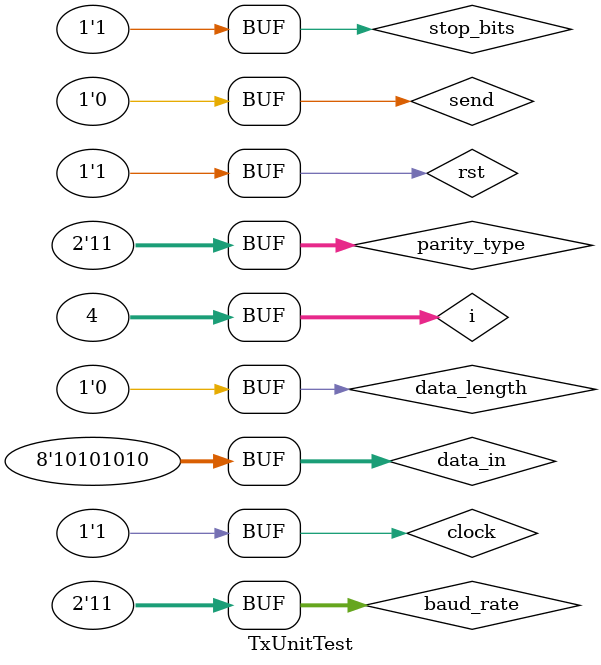
<source format=v>
`timescale 1ns/1ns 
module TxUnitTest ();


//regs to derive the inputs 

reg rst ;
reg stop_bits ; 
reg data_length ; 
reg send ; 
reg clock ; 

reg [1:0] parity_type ; 
reg [1:0] baud_rate ;
reg [7:0] data_in ; 

//wires to recive the output 

wire data_out ; 
wire p_parity_out; 
wire tx_active ; 
wire tx_done; 

TxUnit TxUT(
    .rst(rst), 
    .stop_bits(stop_bits), 
    .data_length(data_length), 
    .send(send), 
    .clock(clock), 
    .parity_type(parity_type), 
    .baud_rate(baud_rate), 
    .data_in(data_in), 
    .data_out(data_out), 
    .p_parity_out(p_parity_out),
    .tx_active(tx_active), 
    .tx_done(tx_done)
);
//stop bits + data l cannot be => 00 , 11
integer  i ;
initial begin
    //reseting the system for 10ns 
    send = 0 ; 
    rst = 0 ; 
    #10 ; 
    rst = 1 ; 

    stop_bits = 0 ; // 1 stop bit 
    data_length = 1 ; // 8 bits
    parity_type = 2'b00 ; 
    baud_rate = 2'b00 ;

    data_in = 8'b10101010 ;

    for (i = 0;i < 4 ; i = i + 1) begin //testing four different speeds (baud_rate)
        baud_rate = i ; 
        parity_type = i ; 
        if (i > 1) begin
            stop_bits = 1 ; 
            data_length = 0 ; 
        end
        send = 1 ; //send data 
        #(4560000 / (i + 1)) ; 
        send = 0 ; //stop sending
        #1000;
    end 
end
//50Mhz clock 20ns period (10ns low - 10ns high )
always begin
    clock = 0 ; 
    #10 ; 
    clock = 1 ; 
    #10 ; 
end
endmodule
</source>
